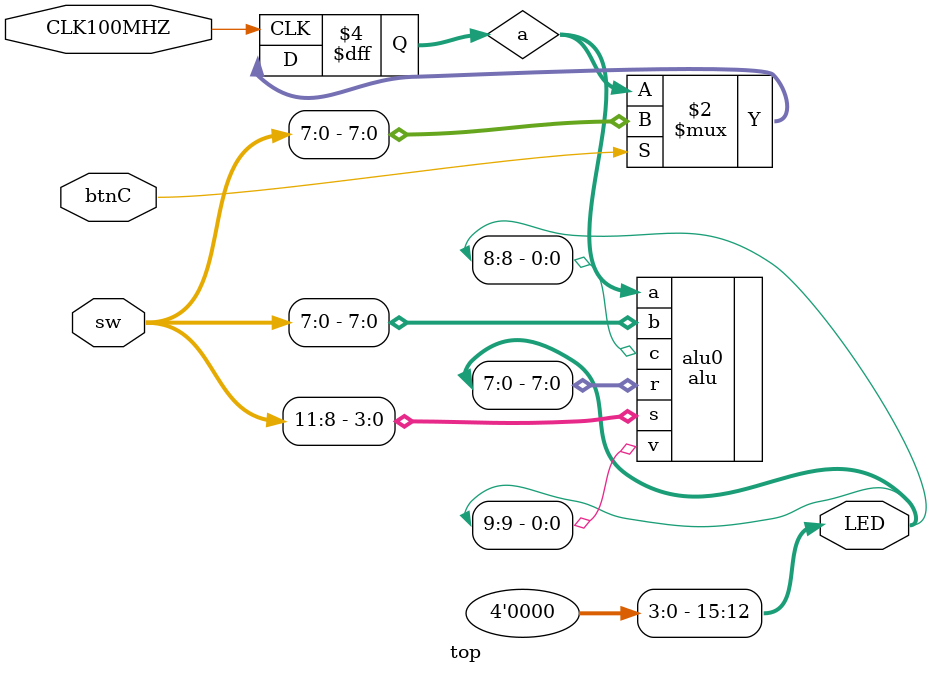
<source format=sv>
`timescale 1ns / 1ps

module top(
    input           CLK100MHZ,
    input   [15:0]  sw,    //operands a, b, s
    input           btnC,  // 
    output  [15:0]  LED   //results c, v
);

    logic [7:0] a;

    always_ff @(posedge CLK100MHZ) begin
        if (btnC)
            a <= sw[7:0];
    end

    alu alu0(
    .a(a),
    .b(sw[7:0]),
    .s(sw[11:8]),
    .r(LED[7:0]),
    .c(LED[8]),
    .v(LED[9])
    );

    assign LED[15:12] = 5'b0;

endmodule
</source>
